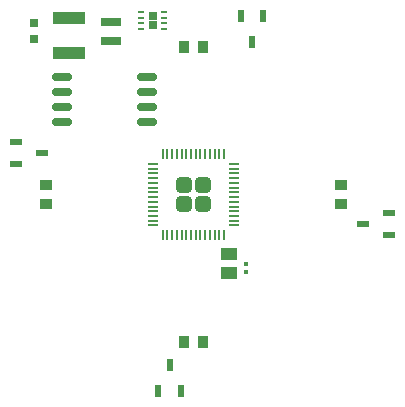
<source format=gbr>
%TF.GenerationSoftware,KiCad,Pcbnew,9.0.6*%
%TF.CreationDate,2025-12-07T19:13:54-08:00*%
%TF.ProjectId,redstone_block,72656473-746f-46e6-955f-626c6f636b2e,rev?*%
%TF.SameCoordinates,Original*%
%TF.FileFunction,Paste,Top*%
%TF.FilePolarity,Positive*%
%FSLAX46Y46*%
G04 Gerber Fmt 4.6, Leading zero omitted, Abs format (unit mm)*
G04 Created by KiCad (PCBNEW 9.0.6) date 2025-12-07 19:13:54*
%MOMM*%
%LPD*%
G01*
G04 APERTURE LIST*
G04 Aperture macros list*
%AMRoundRect*
0 Rectangle with rounded corners*
0 $1 Rounding radius*
0 $2 $3 $4 $5 $6 $7 $8 $9 X,Y pos of 4 corners*
0 Add a 4 corners polygon primitive as box body*
4,1,4,$2,$3,$4,$5,$6,$7,$8,$9,$2,$3,0*
0 Add four circle primitives for the rounded corners*
1,1,$1+$1,$2,$3*
1,1,$1+$1,$4,$5*
1,1,$1+$1,$6,$7*
1,1,$1+$1,$8,$9*
0 Add four rect primitives between the rounded corners*
20,1,$1+$1,$2,$3,$4,$5,0*
20,1,$1+$1,$4,$5,$6,$7,0*
20,1,$1+$1,$6,$7,$8,$9,0*
20,1,$1+$1,$8,$9,$2,$3,0*%
G04 Aperture macros list end*
%ADD10R,1.000000X0.950000*%
%ADD11R,0.950000X1.000000*%
%ADD12R,0.750000X0.650000*%
%ADD13RoundRect,0.062500X0.187500X0.062500X-0.187500X0.062500X-0.187500X-0.062500X0.187500X-0.062500X0*%
%ADD14R,0.420000X0.460000*%
%ADD15R,1.800000X0.800000*%
%ADD16R,1.100000X0.600000*%
%ADD17R,0.700000X0.650000*%
%ADD18R,2.700000X1.100000*%
%ADD19RoundRect,0.162500X-0.650000X-0.162500X0.650000X-0.162500X0.650000X0.162500X-0.650000X0.162500X0*%
%ADD20RoundRect,0.249999X-0.395001X-0.395001X0.395001X-0.395001X0.395001X0.395001X-0.395001X0.395001X0*%
%ADD21RoundRect,0.050000X-0.387500X-0.050000X0.387500X-0.050000X0.387500X0.050000X-0.387500X0.050000X0*%
%ADD22RoundRect,0.050000X-0.050000X-0.387500X0.050000X-0.387500X0.050000X0.387500X-0.050000X0.387500X0*%
%ADD23R,1.470000X1.020000*%
%ADD24R,0.600000X1.100000*%
G04 APERTURE END LIST*
D10*
%TO.C,D2*%
X147500000Y-55800000D03*
X147500000Y-54200000D03*
%TD*%
%TO.C,D4*%
X122500000Y-54200000D03*
X122500000Y-55800000D03*
%TD*%
D11*
%TO.C,D3*%
X135800000Y-67500000D03*
X134200000Y-67500000D03*
%TD*%
D12*
%TO.C,U3*%
X131550000Y-40650000D03*
X131550000Y-39850000D03*
D13*
X132500000Y-41000000D03*
X132500000Y-40500000D03*
X132500000Y-40000000D03*
X132500000Y-39500000D03*
X130600000Y-39500000D03*
X130600000Y-40000000D03*
X130600000Y-40500000D03*
X130600000Y-41000000D03*
%TD*%
D14*
%TO.C,C7*%
X139500000Y-60840000D03*
X139500000Y-61500000D03*
%TD*%
D15*
%TO.C,L1*%
X128000000Y-40400000D03*
X128000000Y-42000000D03*
%TD*%
D16*
%TO.C,D18*%
X151600000Y-58450000D03*
X151600000Y-56550000D03*
X149400000Y-57500000D03*
%TD*%
D11*
%TO.C,D1*%
X134200000Y-42500000D03*
X135800000Y-42500000D03*
%TD*%
D17*
%TO.C,C5*%
X121500000Y-40500000D03*
X121500000Y-41850000D03*
%TD*%
D18*
%TO.C,100k*%
X124500000Y-40000000D03*
X124500000Y-43000000D03*
%TD*%
D16*
%TO.C,D21*%
X120000000Y-50500000D03*
X120000000Y-52400000D03*
X122200000Y-51450000D03*
%TD*%
D19*
%TO.C,MEM*%
X123912500Y-45000000D03*
X123912500Y-46270000D03*
X123912500Y-47540000D03*
X123912500Y-48810000D03*
X131087500Y-48810000D03*
X131087500Y-47540000D03*
X131087500Y-46270000D03*
X131087500Y-45000000D03*
%TD*%
D20*
%TO.C,U1*%
X134200000Y-54200000D03*
X134200000Y-55800000D03*
X135800000Y-54200000D03*
X135800000Y-55800000D03*
D21*
X131562500Y-52400000D03*
X131562500Y-52800001D03*
X131562500Y-53200000D03*
X131562500Y-53600000D03*
X131562500Y-54000000D03*
X131562500Y-54399999D03*
X131562500Y-54800000D03*
X131562500Y-55200000D03*
X131562500Y-55600001D03*
X131562500Y-56000000D03*
X131562500Y-56400000D03*
X131562500Y-56800000D03*
X131562500Y-57199999D03*
X131562500Y-57600000D03*
D22*
X132400000Y-58437500D03*
X132800001Y-58437500D03*
X133200000Y-58437500D03*
X133600000Y-58437500D03*
X134000000Y-58437500D03*
X134399999Y-58437500D03*
X134800000Y-58437500D03*
X135200000Y-58437500D03*
X135600001Y-58437500D03*
X136000000Y-58437500D03*
X136400000Y-58437500D03*
X136800000Y-58437500D03*
X137199999Y-58437500D03*
X137600000Y-58437500D03*
D21*
X138437500Y-57600000D03*
X138437500Y-57199999D03*
X138437500Y-56800000D03*
X138437500Y-56400000D03*
X138437500Y-56000000D03*
X138437500Y-55600001D03*
X138437500Y-55200000D03*
X138437500Y-54800000D03*
X138437500Y-54399999D03*
X138437500Y-54000000D03*
X138437500Y-53600000D03*
X138437500Y-53200000D03*
X138437500Y-52800001D03*
X138437500Y-52400000D03*
D22*
X137600000Y-51562500D03*
X137199999Y-51562500D03*
X136800000Y-51562500D03*
X136400000Y-51562500D03*
X136000000Y-51562500D03*
X135600001Y-51562500D03*
X135200000Y-51562500D03*
X134800000Y-51562500D03*
X134399999Y-51562500D03*
X134000000Y-51562500D03*
X133600000Y-51562500D03*
X133200000Y-51562500D03*
X132800001Y-51562500D03*
X132400000Y-51562500D03*
%TD*%
D23*
%TO.C,C6*%
X138000000Y-60000000D03*
X138000000Y-61600000D03*
%TD*%
D24*
%TO.C,D17*%
X140900000Y-39900000D03*
X139000000Y-39900000D03*
X139950000Y-42100000D03*
%TD*%
%TO.C,D20*%
X132050000Y-71600000D03*
X133950000Y-71600000D03*
X133000000Y-69400000D03*
%TD*%
M02*

</source>
